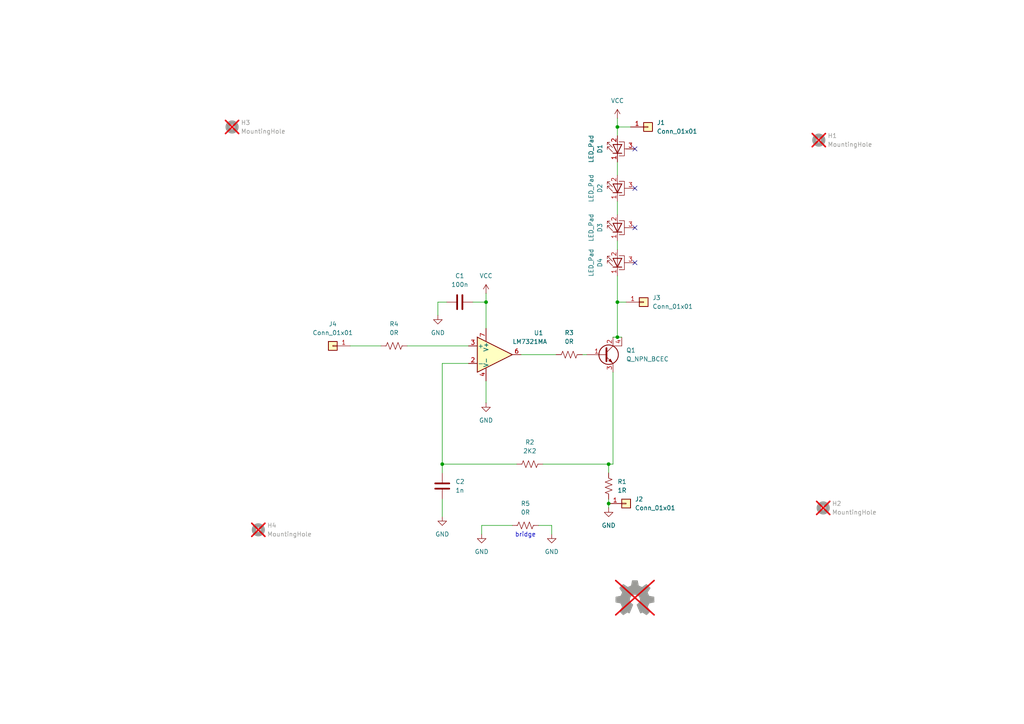
<source format=kicad_sch>
(kicad_sch (version 20231120) (generator "eeschema") (generator_version "8.0")
  (paper "A4")
  (lib_symbols
    (symbol "Amplifier_Operational:OPA197xDGK" (pin_names (offset 0.127))
      (property "Reference" "U" (at 0 5.08 0))
      (property "Value" "OPA197xDGK" (at 0 -5.08 0))
      (symbol "OPA197xDGK_0_1"
        (polyline (pts (xy -5.08 5.08) (xy 5.08 0) (xy -5.08 -5.08) (xy -5.08 5.08)) (stroke (width 0.254)) (fill (type background)))
        (pin no_connect line (at 2.54 0 270) (length 2.54) hide (name "NC") (number "1"))
        (pin power_in line (at -2.54 -7.62 90) (length 3.81) (name "V-") (number "4"))
        (pin no_connect line (at 0 2.54 270) (length 2.54) hide (name "NC") (number "5"))
        (pin power_in line (at -2.54 7.62 270) (length 3.81) (name "V+") (number "7"))
        (pin no_connect line (at 0 -2.54 90) (length 2.54) hide (name "NC") (number "8"))
      )
      (symbol "OPA197xDGK_1_1"
        (pin input line (at -7.62 -2.54 0) (length 2.54) (name "-") (number "2"))
        (pin input line (at -7.62 2.54 0) (length 2.54) (name "+") (number "3"))
        (pin output line (at 7.62 0 180) (length 2.54) (name "~") (number "6"))
      )
    )
    (symbol "Connector_Generic:Conn_01x01" (pin_names (offset 1.016) hide)
      (property "Reference" "J" (at 0 2.54 0))
      (property "Value" "Conn_01x01" (at 0 -2.54 0))
      (symbol "Conn_01x01_1_1"
        (rectangle (start -1.27 0.127) (end 0 -0.127) (stroke (width 0.1524)))
        (rectangle (start -1.27 1.27) (end 1.27 -1.27) (stroke (width 0.254)) (fill (type background)))
        (pin passive line (at -5.08 0 0) (length 3.81) (name "Pin_1") (number "1"))
      )
    )
    (symbol "Device:C" (pin_numbers hide) (pin_names (offset 0.254))
      (property "Reference" "C" (at 0.635 2.54 0))
      (property "Value" "C" (at 0.635 -2.54 0))
      (symbol "C_0_1"
        (polyline (pts (xy -2.032 -0.762) (xy 2.032 -0.762)) (stroke (width 0.508)))
        (polyline (pts (xy -2.032 0.762) (xy 2.032 0.762)) (stroke (width 0.508)))
      )
      (symbol "C_1_1"
        (pin passive line (at 0 3.81 270) (length 2.794) (name "~") (number "1"))
        (pin passive line (at 0 -3.81 90) (length 2.794) (name "~") (number "2"))
      )
    )
    (symbol "Device:LED_Pad" (pin_names (offset 1.016) hide)
      (property "Reference" "D" (at 0 5.715 0))
      (property "Value" "LED_Pad" (at 0 3.81 0))
      (symbol "LED_Pad_0_1"
        (polyline (pts (xy -1.27 -1.27) (xy -1.27 1.27)) (stroke (width 0.254)))
        (polyline (pts (xy -1.27 0) (xy 1.27 0)))
        (polyline (pts (xy 0 -2.54) (xy 0 -2.032)))
        (polyline (pts (xy -2.032 -0.508) (xy -2.032 -2.032) (xy 2.032 -2.032) (xy 2.032 -0.508)))
        (polyline (pts (xy 1.27 -1.27) (xy 1.27 1.27) (xy -1.27 0) (xy 1.27 -1.27)) (stroke (width 0.254)))
        (polyline (pts (xy -0.889 1.397) (xy 0.635 2.921) (xy -0.127 2.921) (xy 0.635 2.921) (xy 0.635 2.159)))
        (polyline (pts (xy 0.381 1.397) (xy 1.905 2.921) (xy 1.143 2.921) (xy 1.905 2.921) (xy 1.905 2.159)))
      )
      (symbol "LED_Pad_1_1"
        (pin passive line (at -3.81 0 0) (length 2.54) (name "K") (number "1"))
        (pin passive line (at 3.81 0 180) (length 2.54) (name "A") (number "2"))
        (pin passive line (at 0 -5.08 90) (length 2.54) (name "PAD") (number "3"))
      )
    )
    (symbol "Device:Q_NPN_BCEC" (pin_names (offset 0) hide)
      (property "Reference" "Q" (at 5.08 1.27 0))
      (property "Value" "Q_NPN_BCEC" (at 5.08 -1.27 0))
      (symbol "Q_NPN_BCEC_0_1"
        (polyline (pts (xy 0.635 0.635) (xy 2.54 2.54)))
        (polyline (pts (xy 2.54 2.54) (xy 5.08 2.54)))
        (polyline (pts (xy 0.635 -0.635) (xy 2.54 -2.54) (xy 2.54 -2.54)))
        (polyline (pts (xy 0.635 1.905) (xy 0.635 -1.905) (xy 0.635 -1.905)) (stroke (width 0.508)))
        (polyline (pts (xy 1.27 -1.778) (xy 1.778 -1.27) (xy 2.286 -2.286) (xy 1.27 -1.778) (xy 1.27 -1.778)) (fill (type outline)))
        (circle (center 1.27 0) (radius 2.8194) (stroke (width 0.254)))
      )
      (symbol "Q_NPN_BCEC_1_1"
        (pin input line (at -5.08 0 0) (length 5.715) (name "B") (number "1"))
        (pin passive line (at 2.54 5.08 270) (length 2.54) (name "C") (number "2"))
        (pin passive line (at 2.54 -5.08 90) (length 2.54) (name "E") (number "3"))
        (pin passive line (at 5.08 5.08 270) (length 2.54) (name "C") (number "4"))
      )
    )
    (symbol "Device:R_US" (pin_numbers hide) (pin_names (offset 0))
      (property "Reference" "R" (at 2.54 0 90))
      (property "Value" "R_US" (at -2.54 0 90))
      (symbol "R_US_0_1"
        (polyline (pts (xy 0 -2.286) (xy 0 -2.54)))
        (polyline (pts (xy 0 2.286) (xy 0 2.54)))
        (polyline (pts (xy 0 -0.762) (xy 1.016 -1.143) (xy 0 -1.524) (xy -1.016 -1.905) (xy 0 -2.286)))
        (polyline (pts (xy 0 0.762) (xy 1.016 0.381) (xy 0 0) (xy -1.016 -0.381) (xy 0 -0.762)))
        (polyline (pts (xy 0 2.286) (xy 1.016 1.905) (xy 0 1.524) (xy -1.016 1.143) (xy 0 0.762)))
      )
      (symbol "R_US_1_1"
        (pin passive line (at 0 3.81 270) (length 1.27) (name "~") (number "1"))
        (pin passive line (at 0 -3.81 90) (length 1.27) (name "~") (number "2"))
      )
    )
    (symbol "Graphic:Logo_Open_Hardware_Small" (in_bom no) (on_board no)
      (symbol "Logo_Open_Hardware_Small_0_1"
        (polyline (pts (xy 3.3528 -4.3434) (xy 3.302 -4.318) (xy 3.175 -4.2418) (xy 2.9972 -4.1148) (xy 2.7686 -3.9624) (xy 2.54 -3.81) (xy 2.3622 -3.7084) (xy 2.2352 -3.6068) (xy 2.1844 -3.5814) (xy 2.159 -3.6068) (xy 2.0574 -3.6576) (xy 1.905 -3.7338) (xy 1.8034 -3.7846) (xy 1.6764 -3.8354) (xy 1.6002 -3.8354) (xy 1.6002 -3.8354) (xy 1.5494 -3.7338) (xy 1.4732 -3.5306) (xy 1.3462 -3.302) (xy 1.2446 -3.0226) (xy 1.1176 -2.7178) (xy 0.9652 -2.413) (xy 0.8636 -2.1082) (xy 0.7366 -1.8288) (xy 0.6604 -1.6256) (xy 0.6096 -1.4732) (xy 0.5842 -1.397) (xy 0.5842 -1.397) (xy 0.6604 -1.3208) (xy 0.7874 -1.2446) (xy 1.0414 -1.016) (xy 1.2954 -0.6858) (xy 1.4478 -0.3302) (xy 1.524 0.0762) (xy 1.4732 0.4572) (xy 1.3208 0.8128) (xy 1.0668 1.143) (xy 0.762 1.3716) (xy 0.4064 1.524) (xy 0 1.5748) (xy -0.381 1.5494) (xy -0.7366 1.397) (xy -1.0668 1.143) (xy -1.2192 0.9906) (xy -1.397 0.6604) (xy -1.524 0.3048) (xy -1.524 0.2286) (xy -1.4986 -0.1778) (xy -1.397 -0.5334) (xy -1.1938 -0.8636) (xy -0.9144 -1.143) (xy -0.8636 -1.1684) (xy -0.7366 -1.27) (xy -0.635 -1.3462) (xy -0.5842 -1.397) (xy -1.0668 -2.5908) (xy -1.143 -2.794) (xy -1.2954 -3.1242) (xy -1.397 -3.4036) (xy -1.4986 -3.6322) (xy -1.5748 -3.7846) (xy -1.6002 -3.8354) (xy -1.6002 -3.8354) (xy -1.651 -3.8354) (xy -1.7272 -3.81) (xy -1.905 -3.7338) (xy -2.0066 -3.683) (xy -2.1336 -3.6068) (xy -2.2098 -3.5814) (xy -2.2606 -3.6068) (xy -2.3622 -3.683) (xy -2.54 -3.81) (xy -2.7686 -3.9624) (xy -2.9718 -4.0894) (xy -3.1496 -4.2164) (xy -3.302 -4.318) (xy -3.3528 -4.3434) (xy -3.3782 -4.3434) (xy -3.429 -4.318) (xy -3.5306 -4.2164) (xy -3.7084 -4.064) (xy -3.937 -3.8354) (xy -3.9624 -3.81) (xy -4.1656 -3.6068) (xy -4.318 -3.4544) (xy -4.4196 -3.3274) (xy -4.445 -3.2766) (xy -4.445 -3.2766) (xy -4.4196 -3.2258) (xy -4.318 -3.0734) (xy -4.2164 -2.8956) (xy -4.064 -2.667) (xy -3.6576 -2.0828) (xy -3.8862 -1.5494) (xy -3.937 -1.3716) (xy -4.0386 -1.1684) (xy -4.0894 -1.0414) (xy -4.1148 -0.9652) (xy -4.191 -0.9398) (xy -4.318 -0.9144) (xy -4.5466 -0.8636) (xy -4.8006 -0.8128) (xy -5.0546 -0.7874) (xy -5.2578 -0.7366) (xy -5.4356 -0.7112) (xy -5.5118 -0.6858) (xy -5.5118 -0.6858) (xy -5.5372 -0.635) (xy -5.5372 -0.5588) (xy -5.5372 -0.4318) (xy -5.5626 -0.2286) (xy -5.5626 0.0762) (xy -5.5626 0.127) (xy -5.5372 0.4064) (xy -5.5372 0.635) (xy -5.5372 0.762) (xy -5.5372 0.8382) (xy -5.5372 0.8382) (xy -5.461 0.8382) (xy -5.3086 0.889) (xy -5.08 0.9144) (xy -4.826 0.9652) (xy -4.8006 0.9906) (xy -4.5466 1.0414) (xy -4.318 1.0668) (xy -4.1656 1.1176) (xy -4.0894 1.143) (xy -4.0894 1.143) (xy -4.0386 1.2446) (xy -3.9624 1.4224) (xy -3.8608 1.6256) (xy -3.7846 1.8288) (xy -3.7084 2.0066) (xy -3.6576 2.159) (xy -3.6322 2.2098) (xy -3.6322 2.2098) (xy -3.683 2.286) (xy -3.7592 2.413) (xy -3.8862 2.5908) (xy -4.064 2.8194) (xy -4.064 2.8448) (xy -4.2164 3.0734) (xy -4.3434 3.2512) (xy -4.4196 3.3782) (xy -4.445 3.4544) (xy -4.445 3.4544) (xy -4.3942 3.5052) (xy -4.2926 3.6322) (xy -4.1148 3.81) (xy -3.937 4.0132) (xy -3.8608 4.064) (xy -3.6576 4.2926) (xy -3.5052 4.4196) (xy -3.4036 4.4958) (xy -3.3528 4.5212) (xy -3.3528 4.5212) (xy -3.302 4.4704) (xy -3.1496 4.3688) (xy -2.9718 4.2418) (xy -2.7432 4.0894) (xy -2.7178 4.0894) (xy -2.4892 3.937) (xy -2.3114 3.81) (xy -2.1844 3.7084) (xy -2.1336 3.683) (xy -2.1082 3.683) (xy -2.032 3.7084) (xy -1.8542 3.7592) (xy -1.6764 3.8354) (xy -1.4732 3.937) (xy -1.27 4.0132) (xy -1.143 4.064) (xy -1.0668 4.1148) (xy -1.0668 4.1148) (xy -1.0414 4.191) (xy -1.016 4.3434) (xy -0.9652 4.572) (xy -0.9144 4.8514) (xy -0.889 4.9022) (xy -0.8382 5.1562) (xy -0.8128 5.3848) (xy -0.7874 5.5372) (xy -0.762 5.588) (xy -0.7112 5.6134) (xy -0.5842 5.6134) (xy -0.4064 5.6134) (xy -0.1524 5.6134) (xy 0.0762 5.6134) (xy 0.3302 5.6134) (xy 0.5334 5.6134) (xy 0.6858 5.588) (xy 0.7366 5.588) (xy 0.7366 5.588) (xy 0.762 5.5118) (xy 0.8128 5.334) (xy 0.8382 5.1054) (xy 0.9144 4.826) (xy 0.9144 4.7752) (xy 0.9652 4.5212) (xy 1.016 4.2926) (xy 1.0414 4.1402) (xy 1.0668 4.0894) (xy 1.0668 4.0894) (xy 1.1938 4.0386) (xy 1.3716 3.9624) (xy 1.5748 3.8608) (xy 2.0828 3.6576) (xy 2.7178 4.0894) (xy 2.7686 4.1402) (xy 2.9972 4.2926) (xy 3.175 4.4196) (xy 3.302 4.4958) (xy 3.3782 4.5212) (xy 3.3782 4.5212) (xy 3.429 4.4704) (xy 3.556 4.3434) (xy 3.7338 4.191) (xy 3.9116 3.9878) (xy 4.064 3.8354) (xy 4.2418 3.6576) (xy 4.3434 3.556) (xy 4.4196 3.4798) (xy 4.4196 3.429) (xy 4.4196 3.4036) (xy 4.3942 3.3274) (xy 4.2926 3.2004) (xy 4.1656 2.9972) (xy 4.0132 2.794) (xy 3.8862 2.5908) (xy 3.7592 2.3876) (xy 3.6576 2.2352) (xy 3.6322 2.159) (xy 3.6322 2.1336) (xy 3.683 2.0066) (xy 3.7592 1.8288) (xy 3.8608 1.6002) (xy 4.064 1.1176) (xy 4.3942 1.0414) (xy 4.5974 1.016) (xy 4.8768 0.9652) (xy 5.1308 0.9144) (xy 5.5372 0.8382) (xy 5.5626 -0.6604) (xy 5.4864 -0.6858) (xy 5.4356 -0.6858) (xy 5.2832 -0.7366) (xy 5.0546 -0.762) (xy 4.8006 -0.8128) (xy 4.5974 -0.8636) (xy 4.3688 -0.9144) (xy 4.2164 -0.9398) (xy 4.1402 -0.9398) (xy 4.1148 -0.9652) (xy 4.064 -1.0668) (xy 3.9878 -1.2446) (xy 3.9116 -1.4478) (xy 3.81 -1.651) (xy 3.7338 -1.8542) (xy 3.683 -2.0066) (xy 3.6576 -2.0828) (xy 3.683 -2.1336) (xy 3.7846 -2.2606) (xy 3.8862 -2.4638) (xy 4.0386 -2.667) (xy 4.191 -2.8956) (xy 4.318 -3.0734) (xy 4.3942 -3.2004) (xy 4.445 -3.2766) (xy 4.4196 -3.3274) (xy 4.3434 -3.429) (xy 4.1656 -3.5814) (xy 3.937 -3.8354) (xy 3.8862 -3.8608) (xy 3.683 -4.064) (xy 3.5306 -4.2164) (xy 3.4036 -4.318) (xy 3.3528 -4.3434)) (fill (type outline)))
      )
    )
    (symbol "Mechanical:MountingHole" (pin_names (offset 1.016)) (exclude_from_sim yes) (in_bom no)
      (property "Reference" "H" (at 0 5.08 0))
      (property "Value" "MountingHole" (at 0 3.175 0))
      (symbol "MountingHole_0_1"
        (circle (center 0 0) (radius 1.27) (stroke (width 1.27)))
      )
    )
    (symbol "power:GND" (power) (pin_numbers hide) (pin_names (offset 0) hide)
      (property "Value" "GND" (at 0 -3.81 0))
      (symbol "GND_0_1"
        (polyline (pts (xy 0 0) (xy 0 -1.27) (xy 1.27 -1.27) (xy 0 -2.54) (xy -1.27 -1.27) (xy 0 -1.27)))
      )
      (symbol "GND_1_1"
        (pin power_in line (at 0 0 270) (length 0) (name "~") (number "1"))
      )
    )
    (symbol "power:VCC" (power) (pin_numbers hide) (pin_names (offset 0) hide)
      (property "Value" "VCC" (at 0 3.556 0))
      (symbol "VCC_0_1"
        (polyline (pts (xy -0.762 1.27) (xy 0 2.54)))
        (polyline (pts (xy 0 0) (xy 0 2.54)))
        (polyline (pts (xy 0 2.54) (xy 0.762 1.27)))
      )
      (symbol "VCC_1_1"
        (pin power_in line (at 0 0 90) (length 0) (name "~") (number "1"))
      )
    )
  )
  (junction (at 179.07 87.63))
  (junction (at 179.07 97.79))
  (junction (at 128.27 134.62))
  (junction (at 179.07 36.83))
  (junction (at 176.53 146.05))
  (junction (at 140.97 87.63))
  (junction (at 176.53 134.62))
  (no_connect (at 184.15 54.61))
  (no_connect (at 184.15 43.18))
  (no_connect (at 184.15 66.04))
  (no_connect (at 184.15 76.2))
  (wire (pts (xy 140.97 87.63) (xy 137.16 87.63)))
  (wire (pts (xy 140.97 85.09) (xy 140.97 87.63)))
  (wire (pts (xy 182.88 36.83) (xy 179.07 36.83)))
  (wire (pts (xy 179.07 97.79) (xy 180.34 97.79)))
  (wire (pts (xy 181.61 87.63) (xy 179.07 87.63)))
  (wire (pts (xy 118.11 100.33) (xy 135.89 100.33)))
  (wire (pts (xy 176.53 137.16) (xy 176.53 134.62)))
  (wire (pts (xy 179.07 34.29) (xy 179.07 36.83)))
  (wire (pts (xy 168.91 102.87) (xy 170.18 102.87)))
  (wire (pts (xy 179.07 69.85) (xy 179.07 72.39)))
  (wire (pts (xy 176.53 134.62) (xy 157.48 134.62)))
  (wire (pts (xy 160.02 152.4) (xy 156.21 152.4)))
  (wire (pts (xy 177.8 134.62) (xy 176.53 134.62)))
  (wire (pts (xy 128.27 144.78) (xy 128.27 149.86)))
  (wire (pts (xy 176.53 144.78) (xy 176.53 146.05)))
  (wire (pts (xy 127 87.63) (xy 127 91.44)))
  (wire (pts (xy 176.53 146.05) (xy 176.53 147.32)))
  (wire (pts (xy 101.6 100.33) (xy 110.49 100.33)))
  (wire (pts (xy 179.07 80.01) (xy 179.07 87.63)))
  (wire (pts (xy 128.27 134.62) (xy 128.27 137.16)))
  (wire (pts (xy 140.97 110.49) (xy 140.97 116.84)))
  (wire (pts (xy 179.07 87.63) (xy 179.07 97.79)))
  (wire (pts (xy 129.54 87.63) (xy 127 87.63)))
  (wire (pts (xy 179.07 58.42) (xy 179.07 62.23)))
  (wire (pts (xy 148.59 152.4) (xy 139.7 152.4)))
  (wire (pts (xy 128.27 134.62) (xy 149.86 134.62)))
  (wire (pts (xy 140.97 95.25) (xy 140.97 87.63)))
  (wire (pts (xy 160.02 154.94) (xy 160.02 152.4)))
  (wire (pts (xy 179.07 46.99) (xy 179.07 50.8)))
  (wire (pts (xy 128.27 105.41) (xy 128.27 134.62)))
  (wire (pts (xy 135.89 105.41) (xy 128.27 105.41)))
  (wire (pts (xy 177.8 107.95) (xy 177.8 134.62)))
  (wire (pts (xy 177.8 97.79) (xy 179.07 97.79)))
  (wire (pts (xy 139.7 152.4) (xy 139.7 154.94)))
  (wire (pts (xy 179.07 36.83) (xy 179.07 39.37)))
  (wire (pts (xy 151.13 102.87) (xy 161.29 102.87)))
  (text "bridge" (at 152.4 155.194 0) (effects (font (size 1.27 1.27))))
  (symbol (lib_id "Device:LED_Pad") (at 179.07 66.04 90) (unit 1)
    (property "Reference" "D3" (at 173.99 66.04 0))
    (property "Value" "LED_Pad" (at 171.45 66.04 0))
    (property "Footprint" "custom_footprints:LED_3x3_DIRECT_CU" (effects (hide yes)))
    (property "Description" "Light emitting diode with pad" (effects (hide yes)))
    (property "LCSC" "C2899049" (effects (hide yes)))
  )
  (symbol (lib_id "Device:R_US") (at 114.3 100.33 90) (unit 1)
    (property "Reference" "R4" (at 114.3 93.98 90))
    (property "Value" "0R" (at 114.3 96.52 90))
    (property "Footprint" "Resistor_SMD:R_0805_2012Metric_Pad1.20x1.40mm_HandSolder" (effects (hide yes)))
    (property "Description" "Resistor, US symbol" (effects (hide yes)))
    (property "LCSC" "C844192" (effects (hide yes)))
  )
  (symbol (lib_id "Device:LED_Pad") (at 179.07 43.18 90) (unit 1)
    (property "Reference" "D1" (at 173.99 43.18 0))
    (property "Value" "LED_Pad" (at 171.45 43.18 0))
    (property "Footprint" "custom_footprints:LED_3x3_DIRECT_CU" (effects (hide yes)))
    (property "Description" "Light emitting diode with pad" (effects (hide yes)))
    (property "LCSC" "C2899049" (effects (hide yes)))
  )
  (symbol (lib_id "Device:LED_Pad") (at 179.07 76.2 90) (unit 1)
    (property "Reference" "D4" (at 173.99 76.2 0))
    (property "Value" "LED_Pad" (at 171.45 76.2 0))
    (property "Footprint" "custom_footprints:LED_3x3_DIRECT_CU" (effects (hide yes)))
    (property "Description" "Light emitting diode with pad" (effects (hide yes)))
    (property "LCSC" "C2899049" (effects (hide yes)))
  )
  (symbol (lib_id "Amplifier_Operational:OPA197xDGK") (at 143.51 102.87 0) (unit 1)
    (property "Reference" "U1" (at 156.21 96.5514 0))
    (property "Value" "LM7321MA	" (at 156.21 99.0914 0))
    (property "Footprint" "Package_SO:VSSOP-8_3.0x3.0mm_P0.65mm" (effects (hide yes)))
    (property "Datasheet" "http://www.ti.com/lit/ds/symlink/opa197.pdf" (effects (hide yes)))
    (property "Description" "Single 36V, Precision, Rail-to-Rail Input/Output, Low Offset Voltage, Operational Amplifier, VSSOP-8" (effects (hide yes)))
    (property "LCSC" " C81665" (effects (hide yes)))
  )
  (symbol (lib_id "power:GND") (at 139.7 154.94 0) (unit 1)
    (property "Reference" "#PWR07" (effects (hide yes)))
    (property "Value" "GND" (at 139.7 160.02 0))
    (property "Description" "Power symbol creates a global label with name \"GND\" , ground" (effects (hide yes)))
  )
  (symbol (lib_id "Device:C") (at 128.27 140.97 180) (unit 1)
    (property "Reference" "C2" (at 132.08 139.6999 0) (effects (justify right)))
    (property "Value" "1n" (at 132.08 142.2399 0) (effects (justify right)))
    (property "Footprint" "Capacitor_SMD:C_0805_2012Metric_Pad1.18x1.45mm_HandSolder" (effects (hide yes)))
    (property "Description" "Unpolarized capacitor" (effects (hide yes)))
    (property "LCSC" "C46653" (effects (hide yes)))
  )
  (symbol (lib_id "Device:LED_Pad") (at 179.07 54.61 90) (unit 1)
    (property "Reference" "D2" (at 173.99 54.61 0))
    (property "Value" "LED_Pad" (at 171.45 54.61 0))
    (property "Footprint" "custom_footprints:LED_3x3_DIRECT_CU" (effects (hide yes)))
    (property "Description" "Light emitting diode with pad" (effects (hide yes)))
    (property "LCSC" "C2899049" (effects (hide yes)))
  )
  (symbol (lib_id "Device:R_US") (at 153.67 134.62 90) (unit 1)
    (property "Reference" "R2" (at 153.67 128.27 90))
    (property "Value" "2K2" (at 153.67 130.81 90))
    (property "Footprint" "Resistor_SMD:R_0805_2012Metric_Pad1.20x1.40mm_HandSolder" (effects (hide yes)))
    (property "Description" "Resistor, US symbol" (effects (hide yes)))
    (property "LCSC" "C3008897" (effects (hide yes)))
  )
  (symbol (lib_id "power:GND") (at 176.53 147.32 0) (unit 1)
    (property "Reference" "#PWR05" (effects (hide yes)))
    (property "Value" "GND" (at 176.53 152.4 0))
    (property "Description" "Power symbol creates a global label with name \"GND\" , ground" (effects (hide yes)))
  )
  (symbol (lib_id "power:VCC") (at 179.07 34.29 0) (unit 1)
    (property "Reference" "#PWR04" (effects (hide yes)))
    (property "Value" "VCC" (at 179.07 29.21 0))
    (property "Description" "Power symbol creates a global label with name \"VCC\"" (effects (hide yes)))
  )
  (symbol (lib_id "power:GND") (at 128.27 149.86 0) (unit 1)
    (property "Reference" "#PWR06" (effects (hide yes)))
    (property "Value" "GND" (at 128.27 154.94 0))
    (property "Description" "Power symbol creates a global label with name \"GND\" , ground" (effects (hide yes)))
  )
  (symbol (lib_id "Mechanical:MountingHole") (at 74.93 153.67 0) (unit 1) (exclude_from_sim yes) (in_bom no) (dnp yes)
    (property "Reference" "H4" (at 77.47 152.3999 0) (effects (justify left)))
    (property "Value" "MountingHole" (at 77.47 154.9399 0) (effects (justify left)))
    (property "Footprint" "MountingHole:MountingHole_4mm" (effects (hide yes)))
    (property "Description" "Mounting Hole without connection" (effects (hide yes)))
  )
  (symbol (lib_id "Device:R_US") (at 152.4 152.4 90) (unit 1)
    (property "Reference" "R5" (at 152.4 146.05 90))
    (property "Value" "0R" (at 152.4 148.59 90))
    (property "Footprint" "Resistor_SMD:R_1206_3216Metric_Pad1.30x1.75mm_HandSolder" (effects (hide yes)))
    (property "Description" "Resistor, US symbol" (effects (hide yes)))
    (property "LCSC" "C844862" (effects (hide yes)))
  )
  (symbol (lib_id "Connector_Generic:Conn_01x01") (at 96.52 100.33 180) (unit 1)
    (property "Reference" "J4" (at 96.52 93.98 0))
    (property "Value" "Conn_01x01" (at 96.52 96.52 0))
    (property "Footprint" "Connector_TE-Connectivity:TE_2834006-1_1x01_P4.0mm_Horizontal" (effects (hide yes)))
    (property "Description" "Generic connector, single row, 01x01, script generated (kicad-library-utils/schlib/autogen/connector/)" (effects (hide yes)))
    (property "LCSC" "C306142" (effects (hide yes)))
  )
  (symbol (lib_id "power:GND") (at 160.02 154.94 0) (unit 1)
    (property "Reference" "#PWR08" (effects (hide yes)))
    (property "Value" "GND" (at 160.02 160.02 0))
    (property "Description" "Power symbol creates a global label with name \"GND\" , ground" (effects (hide yes)))
  )
  (symbol (lib_id "Device:R_US") (at 176.53 140.97 0) (unit 1)
    (property "Reference" "R1" (at 179.07 139.6999 0) (effects (justify left)))
    (property "Value" "1R" (at 179.07 142.2399 0) (effects (justify left)))
    (property "Footprint" "Resistor_SMD:R_2512_6332Metric_Pad1.40x3.35mm_HandSolder" (effects (hide yes)))
    (property "Description" "Resistor, US symbol" (effects (hide yes)))
    (property "LCSC" "C2941595" (effects (hide yes)))
  )
  (symbol (lib_id "Connector_Generic:Conn_01x01") (at 186.69 87.63 0) (unit 1)
    (property "Reference" "J3" (at 189.23 86.3599 0) (effects (justify left)))
    (property "Value" "Conn_01x01" (at 189.23 88.8999 0) (effects (justify left)))
    (property "Footprint" "Connector_TE-Connectivity:TE_2834006-1_1x01_P4.0mm_Horizontal" (effects (hide yes)))
    (property "Description" "Generic connector, single row, 01x01, script generated (kicad-library-utils/schlib/autogen/connector/)" (effects (hide yes)))
    (property "LCSC" "C306142" (effects (hide yes)))
  )
  (symbol (lib_id "Device:C") (at 133.35 87.63 90) (unit 1)
    (property "Reference" "C1" (at 133.35 80.01 90))
    (property "Value" "100n" (at 133.35 82.55 90))
    (property "Footprint" "Capacitor_SMD:C_0805_2012Metric_Pad1.18x1.45mm_HandSolder" (effects (hide yes)))
    (property "Description" "Unpolarized capacitor" (effects (hide yes)))
    (property "LCSC" "C77082" (effects (hide yes)))
  )
  (symbol (lib_id "Mechanical:MountingHole") (at 67.31 36.83 0) (unit 1) (exclude_from_sim yes) (in_bom no) (dnp yes)
    (property "Reference" "H3" (at 69.85 35.5599 0) (effects (justify left)))
    (property "Value" "MountingHole" (at 69.85 38.0999 0) (effects (justify left)))
    (property "Footprint" "MountingHole:MountingHole_4mm" (effects (hide yes)))
    (property "Description" "Mounting Hole without connection" (effects (hide yes)))
  )
  (symbol (lib_id "power:GND") (at 140.97 116.84 0) (unit 1)
    (property "Reference" "#PWR01" (effects (hide yes)))
    (property "Value" "GND" (at 140.97 121.92 0))
    (property "Description" "Power symbol creates a global label with name \"GND\" , ground" (effects (hide yes)))
  )
  (symbol (lib_id "Connector_Generic:Conn_01x01") (at 187.96 36.83 0) (unit 1)
    (property "Reference" "J1" (at 190.5 35.5599 0) (effects (justify left)))
    (property "Value" "Conn_01x01" (at 190.5 38.0999 0) (effects (justify left)))
    (property "Footprint" "Connector_TE-Connectivity:TE_2834006-1_1x01_P4.0mm_Horizontal" (effects (hide yes)))
    (property "Description" "Generic connector, single row, 01x01, script generated (kicad-library-utils/schlib/autogen/connector/)" (effects (hide yes)))
    (property "LCSC" "C306142" (effects (hide yes)))
  )
  (symbol (lib_id "Graphic:Logo_Open_Hardware_Small") (at 184.15 173.99 0) (unit 1) (in_bom no) (dnp yes)
    (property "Reference" "SYM1" (effects (hide yes)))
    (property "Value" "Logo_Open_Hardware_Small" (effects (hide yes)))
    (property "Footprint" "custom_footprints:logo" (effects (hide yes)))
    (property "Description" "Open Hardware logo, small" (effects (hide yes)))
    (property "Sim.Enable" "0" (effects (hide yes)))
  )
  (symbol (lib_id "power:VCC") (at 140.97 85.09 0) (unit 1)
    (property "Reference" "#PWR03" (effects (hide yes)))
    (property "Value" "VCC" (at 140.97 80.01 0))
    (property "Description" "Power symbol creates a global label with name \"VCC\"" (effects (hide yes)))
  )
  (symbol (lib_id "Device:Q_NPN_BCEC") (at 175.26 102.87 0) (unit 1)
    (property "Reference" "Q1" (at 181.61 101.5999 0) (effects (justify left)))
    (property "Value" "Q_NPN_BCEC" (at 181.61 104.1399 0) (effects (justify left)))
    (property "Footprint" "Package_TO_SOT_SMD:SOT-223" (effects (hide yes)))
    (property "Description" "NPN transistor, base/collector/emitter, collector connected to mounting plane" (effects (hide yes)))
    (property "LCSC" "C24098" (effects (hide yes)))
  )
  (symbol (lib_id "Mechanical:MountingHole") (at 238.76 147.32 0) (unit 1) (exclude_from_sim yes) (in_bom no) (dnp yes)
    (property "Reference" "H2" (at 241.3 146.0499 0) (effects (justify left)))
    (property "Value" "MountingHole" (at 241.3 148.5899 0) (effects (justify left)))
    (property "Footprint" "MountingHole:MountingHole_4mm" (effects (hide yes)))
    (property "Description" "Mounting Hole without connection" (effects (hide yes)))
  )
  (symbol (lib_id "Connector_Generic:Conn_01x01") (at 181.61 146.05 0) (unit 1)
    (property "Reference" "J2" (at 184.15 144.7799 0) (effects (justify left)))
    (property "Value" "Conn_01x01" (at 184.15 147.3199 0) (effects (justify left)))
    (property "Footprint" "Connector_TE-Connectivity:TE_2834006-1_1x01_P4.0mm_Horizontal" (effects (hide yes)))
    (property "Description" "Generic connector, single row, 01x01, script generated (kicad-library-utils/schlib/autogen/connector/)" (effects (hide yes)))
    (property "LCSC" "C306142" (effects (hide yes)))
  )
  (symbol (lib_id "Device:R_US") (at 165.1 102.87 90) (unit 1)
    (property "Reference" "R3" (at 165.1 96.52 90))
    (property "Value" "0R" (at 165.1 99.06 90))
    (property "Footprint" "Resistor_SMD:R_0805_2012Metric_Pad1.20x1.40mm_HandSolder" (effects (hide yes)))
    (property "Description" "Resistor, US symbol" (effects (hide yes)))
    (property "LCSC" "C844192" (effects (hide yes)))
  )
  (symbol (lib_id "Mechanical:MountingHole") (at 237.49 40.64 0) (unit 1) (exclude_from_sim yes) (in_bom no) (dnp yes)
    (property "Reference" "H1" (at 240.03 39.3699 0) (effects (justify left)))
    (property "Value" "MountingHole" (at 240.03 41.9099 0) (effects (justify left)))
    (property "Footprint" "MountingHole:MountingHole_4mm" (effects (hide yes)))
    (property "Description" "Mounting Hole without connection" (effects (hide yes)))
  )
  (symbol (lib_id "power:GND") (at 127 91.44 0) (unit 1)
    (property "Reference" "#PWR02" (effects (hide yes)))
    (property "Value" "GND" (at 127 96.52 0))
    (property "Description" "Power symbol creates a global label with name \"GND\" , ground" (effects (hide yes)))
  )
)
</source>
